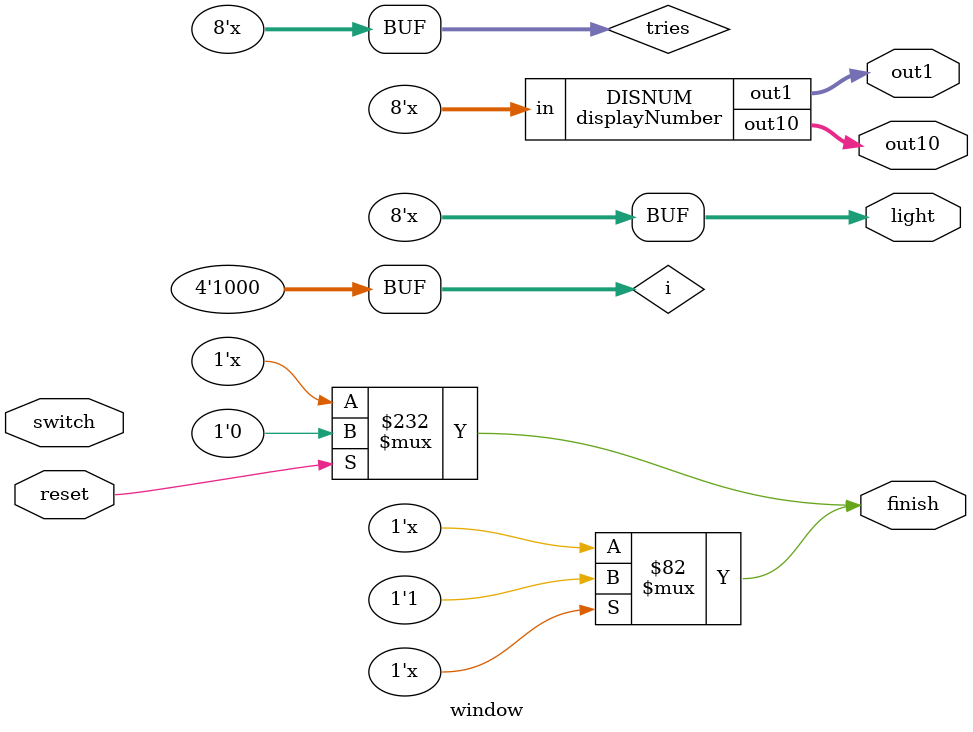
<source format=v>
`define TimeExpire 32'd50000000
`define countdownTime 8'd10

module displayNumber(in,out10,out1);
//input number
input [7:0]in;
//out10 mean 10's, out1 mean 1's
output [6:0]out10;
output [6:0]out1;
reg [6:0]out10;
reg [6:0]out1;

always@(in)
begin
    case(in%100-in%10)
            8'd0: out10=7'b1000000;
            8'd1: out10=7'b1111001;
            8'd2: out10=7'b0100100;
            8'd3: out10=7'b0110000;
            8'd4: out10=7'b0011001;
            8'd5: out10=7'b0010010;
            8'd6: out10=7'b0000010;
            8'd7: out10=7'b1011000;
            8'd8: out10=7'b0000000;
            8'd9: out10=7'b0010000;
    endcase
    case(in%10)
            8'd0: out1=7'b1000000;
            8'd1: out1=7'b1111001;
            8'd2: out1=7'b0100100;
            8'd3: out1=7'b0110000;
            8'd4: out1=7'b0011001;
            8'd5: out1=7'b0010010;
            8'd6: out1=7'b0000010;
            8'd7: out1=7'b1011000;
            8'd8: out1=7'b0000000;
            8'd9: out1=7'b0010000;
    endcase
end
endmodule

module window(reset,out1,out10,light,switch,finish);
input reset;
input [7:0] switch;

//display need to declear as output and wire
output [6:0]out1;
output [6:0]out10;
output [7:0]light;
output finish;

wire [6:0]out1;
wire [6:0]out10;
//

//logic counter neeed to declear as reg
reg [7:0]tries;
reg [7:0]light;
reg [3:0] i;
reg finish;
//

displayNumber DISNUM (.in(tries),.out10(out10),.out1(out1));

always@(reset)
begin
    if(reset)
    begin
        tries<=8'd0;
        finish<=1'b0;
        i=($random)%8;
        light=8'b00000000;
        light[i]=1'b1;
    end
end

always@(switch)
begin
    for(i=4'd0;i<4'd8;i++)
    begin
        if(switch[i]==1'b1)
        begin
            if(i>=1) light[i-4'd1]=~light[i-1];
            if(i<=6) light[i+1]=~light[i+1];
            light[i]=~light[i];
            tries<=tries+1'd1;
        end
    end
    if(light==8'b00000000) finish=1'b1;
end

endmodule

</source>
